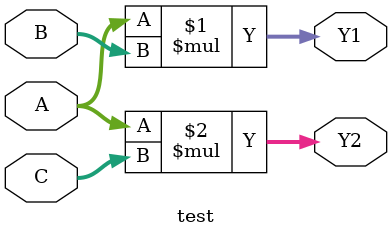
<source format=v>
module test(A, B, C, Y1, Y2);
    input   [7:0] A, B, C;
    output  [7:0] Y1 = A * B;
    output [15:0] Y2 = A * C;
endmodule

</source>
